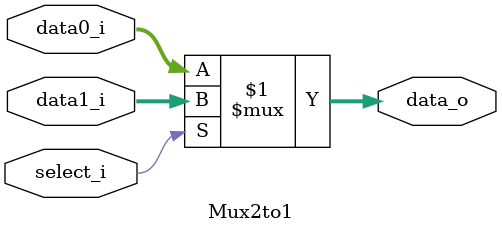
<source format=v>
module Mux2to1 (
    data0_i,
    data1_i,
    select_i,
    data_o
);

  parameter size = 0;

  //I/O ports
  input [size-1:0] data0_i;
  input [size-1:0] data1_i;
  input select_i;

  output [size-1:0] data_o;

  //Internal Signals
  wire [size-1:0] data_o;

  //Main function
  /*your code here*/

  assign data_o = select_i ? data1_i : data0_i;

endmodule

</source>
